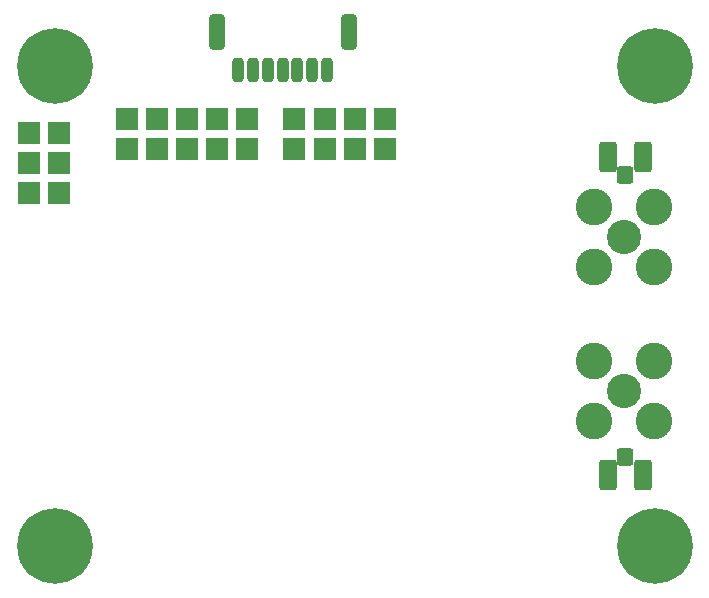
<source format=gbr>
%TF.GenerationSoftware,KiCad,Pcbnew,6.0.10+dfsg-1~bpo11+1*%
%TF.CreationDate,2023-02-03T00:16:52+00:00*%
%TF.ProjectId,ISM02A,49534d30-3241-42e6-9b69-6361645f7063,REV*%
%TF.SameCoordinates,Original*%
%TF.FileFunction,Soldermask,Top*%
%TF.FilePolarity,Negative*%
%FSLAX46Y46*%
G04 Gerber Fmt 4.6, Leading zero omitted, Abs format (unit mm)*
G04 Created by KiCad (PCBNEW 6.0.10+dfsg-1~bpo11+1) date 2023-02-03 00:16:52*
%MOMM*%
%LPD*%
G01*
G04 APERTURE LIST*
G04 Aperture macros list*
%AMRoundRect*
0 Rectangle with rounded corners*
0 $1 Rounding radius*
0 $2 $3 $4 $5 $6 $7 $8 $9 X,Y pos of 4 corners*
0 Add a 4 corners polygon primitive as box body*
4,1,4,$2,$3,$4,$5,$6,$7,$8,$9,$2,$3,0*
0 Add four circle primitives for the rounded corners*
1,1,$1+$1,$2,$3*
1,1,$1+$1,$4,$5*
1,1,$1+$1,$6,$7*
1,1,$1+$1,$8,$9*
0 Add four rect primitives between the rounded corners*
20,1,$1+$1,$2,$3,$4,$5,0*
20,1,$1+$1,$4,$5,$6,$7,0*
20,1,$1+$1,$6,$7,$8,$9,0*
20,1,$1+$1,$8,$9,$2,$3,0*%
G04 Aperture macros list end*
%ADD10C,6.399998*%
%ADD11RoundRect,0.349999X0.150000X0.700000X-0.150000X0.700000X-0.150000X-0.700000X0.150000X-0.700000X0*%
%ADD12RoundRect,0.449999X0.250000X1.100000X-0.250000X1.100000X-0.250000X-1.100000X0.250000X-1.100000X0*%
%ADD13RoundRect,0.199999X0.762000X-0.762000X0.762000X0.762000X-0.762000X0.762000X-0.762000X-0.762000X0*%
%ADD14C,2.899998*%
%ADD15C,3.099998*%
%ADD16RoundRect,0.199999X0.500000X-0.525000X0.500000X0.525000X-0.500000X0.525000X-0.500000X-0.525000X0*%
%ADD17RoundRect,0.199999X0.525000X-1.100000X0.525000X1.100000X-0.525000X1.100000X-0.525000X-1.100000X0*%
%ADD18RoundRect,0.199999X-0.500000X0.525000X-0.500000X-0.525000X0.500000X-0.525000X0.500000X0.525000X0*%
%ADD19RoundRect,0.199999X-0.525000X1.100000X-0.525000X-1.100000X0.525000X-1.100000X0.525000X1.100000X0*%
%ADD20RoundRect,0.199999X-0.762000X-0.762000X0.762000X-0.762000X0.762000X0.762000X-0.762000X0.762000X0*%
G04 APERTURE END LIST*
D10*
%TO.C,M2*%
X139700000Y-83820000D03*
%TD*%
%TO.C,M3*%
X190500000Y-124460000D03*
%TD*%
D11*
%TO.C,J2*%
X162754000Y-84146000D03*
X161504000Y-84146000D03*
X160254000Y-84146000D03*
X159004000Y-84146000D03*
X157754000Y-84146000D03*
X156504000Y-84146000D03*
X155254000Y-84146000D03*
D12*
X164604000Y-80946000D03*
X153404000Y-80946000D03*
%TD*%
D13*
%TO.C,J5*%
X160000000Y-90870000D03*
X160000000Y-88330000D03*
%TD*%
%TO.C,J4*%
X165100000Y-90870000D03*
X165100000Y-88330000D03*
%TD*%
%TO.C,J3*%
X156000000Y-90870000D03*
X156000000Y-88330000D03*
%TD*%
D14*
%TO.C,J12*%
X187900000Y-111300000D03*
D15*
X190440000Y-108760000D03*
X190440000Y-113840000D03*
X185360000Y-113840000D03*
X185360000Y-108760000D03*
%TD*%
D13*
%TO.C,J10*%
X145800000Y-90870000D03*
X145800000Y-88330000D03*
%TD*%
%TO.C,J7*%
X167650000Y-90870000D03*
X167650000Y-88330000D03*
%TD*%
%TO.C,J9*%
X148350000Y-90870000D03*
X148350000Y-88330000D03*
%TD*%
%TO.C,J8*%
X150900000Y-90870000D03*
X150900000Y-88330000D03*
%TD*%
%TO.C,J11*%
X153450000Y-90870000D03*
X153450000Y-88330000D03*
%TD*%
%TO.C,J6*%
X162550000Y-90870000D03*
X162550000Y-88330000D03*
%TD*%
D10*
%TO.C,M1*%
X190500000Y-83820000D03*
%TD*%
D14*
%TO.C,J14*%
X187900000Y-98300000D03*
D15*
X185360000Y-95760000D03*
X185360000Y-100840000D03*
X190440000Y-100840000D03*
X190440000Y-95760000D03*
%TD*%
D16*
%TO.C,J15*%
X188000000Y-93050000D03*
D17*
X189475000Y-91525000D03*
X186525000Y-91525000D03*
%TD*%
D18*
%TO.C,J13*%
X188000000Y-116950000D03*
D19*
X189475000Y-118475000D03*
X186525000Y-118475000D03*
%TD*%
D20*
%TO.C,J1*%
X137530000Y-89460000D03*
X140070000Y-89460000D03*
X137530000Y-92000000D03*
X140070000Y-92000000D03*
X137530000Y-94540000D03*
X140070000Y-94540000D03*
%TD*%
D10*
%TO.C,M4*%
X139700000Y-124460000D03*
%TD*%
M02*

</source>
